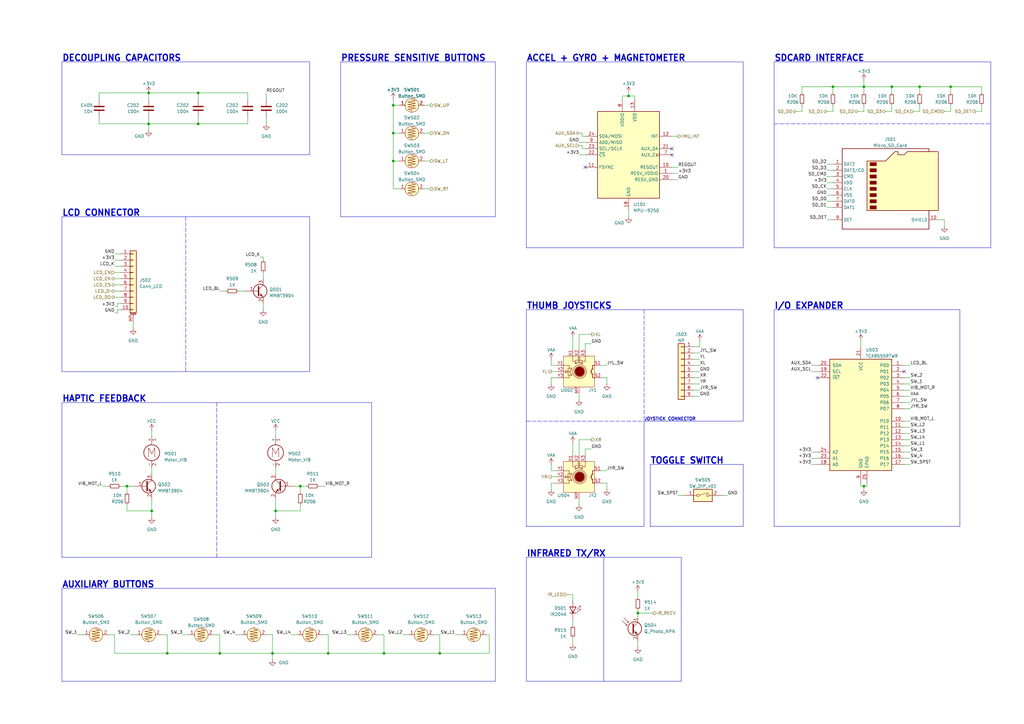
<source format=kicad_sch>
(kicad_sch (version 20230121) (generator eeschema)
  (paper "A3")
  (title_block (title "Controller") (date "2023-10-05") (rev "1.0") (company "sudo-junkie"))
  (lib_symbols
    (symbol "Connector:Micro_SD_Card_Det1"
      (property "Reference" "J" (at -16.51 17.78 0))
      (property "Value" "Micro_SD_Card_Det1" (at 16.51 17.78 0))
      (symbol "Micro_SD_Card_Det1_1_1"
        (pin bidirectional line (at -22.86 10.16 0) (length 3.81) (name "DAT2") (number "1"))
        (pin passive line (at 20.32 -12.7 180) (length 3.81) (name "SHIELD") (number "10"))
        (pin bidirectional line (at -22.86 7.62 0) (length 3.81) (name "DAT3/CD") (number "2"))
        (pin input line (at -22.86 5.08 0) (length 3.81) (name "CMD") (number "3"))
        (pin power_in line (at -22.86 2.54 0) (length 3.81) (name "VDD") (number "4"))
        (pin input line (at -22.86 0 0) (length 3.81) (name "CLK") (number "5"))
        (pin power_in line (at -22.86 -2.54 0) (length 3.81) (name "VSS") (number "6"))
        (pin bidirectional line (at -22.86 -5.08 0) (length 3.81) (name "DAT0") (number "7"))
        (pin bidirectional line (at -22.86 -7.62 0) (length 3.81) (name "DAT1") (number "8"))
        (pin passive line (at -22.86 -12.7 0) (length 3.81) (name "DET") (number "9"))
      )
    )
    (symbol "Connector_Generic:Conn_01x09" (pin_names (offset 1.016) hide)
      (property "Reference" "J" (at 0 12.7 0))
      (property "Value" "Conn_01x09" (at 0 -12.7 0))
      (symbol "Conn_01x09_1_1"
        (pin passive line (at -5.08 10.16 0) (length 3.81) (name "Pin_1") (number "1"))
        (pin passive line (at -5.08 7.62 0) (length 3.81) (name "Pin_2") (number "2"))
        (pin passive line (at -5.08 5.08 0) (length 3.81) (name "Pin_3") (number "3"))
        (pin passive line (at -5.08 2.54 0) (length 3.81) (name "Pin_4") (number "4"))
        (pin passive line (at -5.08 0 0) (length 3.81) (name "Pin_5") (number "5"))
        (pin passive line (at -5.08 -2.54 0) (length 3.81) (name "Pin_6") (number "6"))
        (pin passive line (at -5.08 -5.08 0) (length 3.81) (name "Pin_7") (number "7"))
        (pin passive line (at -5.08 -7.62 0) (length 3.81) (name "Pin_8") (number "8"))
        (pin passive line (at -5.08 -10.16 0) (length 3.81) (name "Pin_9") (number "9"))
      )
    )
    (symbol "Connector_Generic_MountingPin:Conn_01x10_MountingPin" (pin_names (offset 1.016) hide)
      (property "Reference" "J" (at 0 12.7 0))
      (property "Value" "Conn_01x10_MountingPin" (at 1.27 -15.24 0))
      (symbol "Conn_01x10_MountingPin_1_1"
        (text "Mounting" (at 0 -14.351 0) (effects (font (size 0.381 0.381))))
        (pin passive line (at -5.08 10.16 0) (length 3.81) (name "Pin_1") (number "1"))
        (pin passive line (at -5.08 -12.7 0) (length 3.81) (name "Pin_10") (number "10"))
        (pin passive line (at -5.08 7.62 0) (length 3.81) (name "Pin_2") (number "2"))
        (pin passive line (at -5.08 5.08 0) (length 3.81) (name "Pin_3") (number "3"))
        (pin passive line (at -5.08 2.54 0) (length 3.81) (name "Pin_4") (number "4"))
        (pin passive line (at -5.08 0 0) (length 3.81) (name "Pin_5") (number "5"))
        (pin passive line (at -5.08 -2.54 0) (length 3.81) (name "Pin_6") (number "6"))
        (pin passive line (at -5.08 -5.08 0) (length 3.81) (name "Pin_7") (number "7"))
        (pin passive line (at -5.08 -7.62 0) (length 3.81) (name "Pin_8") (number "8"))
        (pin passive line (at -5.08 -10.16 0) (length 3.81) (name "Pin_9") (number "9"))
        (pin passive line (at 0 -17.78 90) (length 3.048) (name "MountPin") (number "MP"))
      )
    )
    (symbol "Device:C" (pin_numbers hide) (pin_names (offset 0.254))
      (property "Reference" "C" (at 0.635 2.54 0))
      (property "Value" "C" (at 0.635 -2.54 0))
      (symbol "C_1_1"
        (pin passive line (at 0 3.81 270) (length 2.794) (name "~") (number "1"))
        (pin passive line (at 0 -3.81 90) (length 2.794) (name "~") (number "2"))
      )
    )
    (symbol "Device:Q_Photo_NPN" (pin_names (offset 0) hide)
      (property "Reference" "Q" (at 5.08 1.27 0))
      (property "Value" "Q_Photo_NPN" (at 5.08 -1.27 0))
      (symbol "Q_Photo_NPN_1_1"
        (pin passive line (at 2.54 5.08 270) (length 2.54) (name "C") (number "1"))
        (pin passive line (at 2.54 -5.08 90) (length 2.54) (name "E") (number "2"))
      )
    )
    (symbol "Device:R_Small" (pin_numbers hide) (pin_names (offset 0.254) hide)
      (property "Reference" "R" (at 0.762 0.508 0))
      (property "Value" "R_Small" (at 0.762 -1.016 0))
      (symbol "R_Small_1_1"
        (pin passive line (at 0 2.54 270) (length 0.762) (name "~") (number "1"))
        (pin passive line (at 0 -2.54 90) (length 0.762) (name "~") (number "2"))
      )
    )
    (symbol "Interface_Expansion:TCA9555RTWR" (pin_names (offset 1.016))
      (property "Reference" "U" (at -11.43 24.13 0))
      (property "Value" "TCA9555RTWR" (at 0 0 0))
      (symbol "TCA9555RTWR_1_1"
        (pin bidirectional line (at 17.78 20.32 180) (length 5.08) (name "P00") (number "1"))
        (pin bidirectional line (at 17.78 -2.54 180) (length 5.08) (name "P10") (number "10"))
        (pin bidirectional line (at 17.78 -5.08 180) (length 5.08) (name "P11") (number "11"))
        (pin bidirectional line (at 17.78 -7.62 180) (length 5.08) (name "P12") (number "12"))
        (pin bidirectional line (at 17.78 -10.16 180) (length 5.08) (name "P13") (number "13"))
        (pin bidirectional line (at 17.78 -12.7 180) (length 5.08) (name "P14") (number "14"))
        (pin bidirectional line (at 17.78 -15.24 180) (length 5.08) (name "P15") (number "15"))
        (pin bidirectional line (at 17.78 -17.78 180) (length 5.08) (name "P16") (number "16"))
        (pin bidirectional line (at 17.78 -20.32 180) (length 5.08) (name "P17") (number "17"))
        (pin input line (at -17.78 -20.32 0) (length 5.08) (name "A0") (number "18"))
        (pin input line (at -17.78 17.78 0) (length 5.08) (name "SCL") (number "19"))
        (pin bidirectional line (at 17.78 17.78 180) (length 5.08) (name "P01") (number "2"))
        (pin bidirectional line (at -17.78 20.32 0) (length 5.08) (name "SDA") (number "20"))
        (pin power_in line (at 0 27.94 270) (length 5.08) (name "VCC") (number "21"))
        (pin open_collector line (at -17.78 15.24 0) (length 5.08) (name "~{INT}") (number "22"))
        (pin input line (at -17.78 -17.78 0) (length 5.08) (name "A1") (number "23"))
        (pin input line (at -17.78 -15.24 0) (length 5.08) (name "A2") (number "24"))
        (pin input line (at 2.54 -27.94 90) (length 5.08) (name "EPAD") (number "25"))
        (pin bidirectional line (at 17.78 15.24 180) (length 5.08) (name "P02") (number "3"))
        (pin bidirectional line (at 17.78 12.7 180) (length 5.08) (name "P03") (number "4"))
        (pin bidirectional line (at 17.78 10.16 180) (length 5.08) (name "P04") (number "5"))
        (pin bidirectional line (at 17.78 7.62 180) (length 5.08) (name "P05") (number "6"))
        (pin bidirectional line (at 17.78 5.08 180) (length 5.08) (name "P06") (number "7"))
        (pin bidirectional line (at 17.78 2.54 180) (length 5.08) (name "P07") (number "8"))
        (pin power_in line (at 0 -27.94 90) (length 5.08) (name "GND") (number "9"))
      )
    )
    (symbol "LED:IR204A" (pin_numbers hide) (pin_names (offset 1.016) hide)
      (property "Reference" "D" (at 0.508 1.778 0))
      (property "Value" "IR204A" (at -1.016 -2.794 0))
      (symbol "IR204A_1_1"
        (pin passive line (at -5.08 0 0) (length 2.54) (name "K") (number "1"))
        (pin passive line (at 2.54 0 180) (length 2.54) (name "A") (number "2"))
      )
    )
    (symbol "Motor:Motor_DC" (pin_names (offset 0))
      (property "Reference" "M" (at 2.54 2.54 0))
      (property "Value" "Motor_DC" (at 2.54 -5.08 0))
      (symbol "Motor_DC_1_1"
        (pin passive line (at 0 5.08 270) (length 2.54) (name "+") (number "1"))
        (pin passive line (at 0 -7.62 90) (length 2.54) (name "-") (number "2"))
      )
    )
    (symbol "My_Device:Joystick_Thumb" (pin_names hide)
      (property "Reference" "U" (at 5.3848 7.1628 0))
      (property "Value" "Joystick_Thumb" (at 8.128 -7.62 0))
      (symbol "Joystick_Thumb_0_1"
        (text "X" (at 0 4.064 0) (effects (font (size 0.635 0.635))))
        (text "Y" (at -4.0132 -0.1524 0) (effects (font (size 0.635 0.635))))
      )
      (symbol "Joystick_Thumb_1_1"
        (pin passive line (at 0 -8.89 90) (length 2.54) (name "MP") (number "MP"))
        (pin passive line (at 8.89 2.54 180) (length 2.54) (name "S1") (number "S1"))
        (pin passive line (at 8.89 -2.54 180) (length 2.54) (name "S2") (number "S2"))
        (pin passive line (at -2.54 8.89 270) (length 2.54) (name "X1") (number "X1"))
        (pin passive line (at 0 8.89 270) (length 2.54) (name "X2") (number "X2"))
        (pin passive line (at 2.54 8.89 270) (length 2.54) (name "X3") (number "X3"))
        (pin passive line (at -8.89 2.54 0) (length 2.54) (name "Y1") (number "Y1"))
        (pin passive line (at -8.89 0 0) (length 2.54) (name "Y2") (number "Y2"))
        (pin passive line (at -8.89 -2.54 0) (length 2.54) (name "Y3") (number "Y3"))
      )
    )
    (symbol "My_Switch:Button_SMD" (pin_names hide)
      (property "Reference" "SW" (at 1.27 3.81 0))
      (property "Value" "Button_SMD" (at 6.35 -3.81 0))
      (symbol "Button_SMD_1_1"
        (pin passive line (at 0 -5.08 90) (length 2.54) (name "1") (number "1"))
        (pin passive line (at 0 5.08 270) (length 2.5) (name "2") (number "2"))
      )
    )
    (symbol "Sensor_Motion:MPU-9250"
      (property "Reference" "U" (at -11.43 19.05 0))
      (property "Value" "MPU-9250" (at 7.62 -19.05 0))
      (symbol "MPU-9250_1_1"
        (pin input line (at 17.78 -7.62 180) (length 5.08) (name "RESV_VDDIO") (number "1"))
        (pin passive line (at 17.78 -5.08 180) (length 5.08) (name "REGOUT") (number "10"))
        (pin input line (at -17.78 -5.08 0) (length 5.08) (name "FSYNC") (number "11"))
        (pin output line (at 17.78 7.62 180) (length 5.08) (name "INT") (number "12"))
        (pin power_in line (at 2.54 22.86 270) (length 5.08) (name "VDD") (number "13"))
        (pin power_in line (at 0 -22.86 90) (length 5.08) (name "GND") (number "18"))
        (pin power_in line (at 17.78 -10.16 180) (length 5.08) (name "RESV_GND") (number "20"))
        (pin bidirectional line (at 17.78 2.54 180) (length 5.08) (name "AUX_DA") (number "21"))
        (pin input line (at -17.78 0 0) (length 5.08) (name "~{CS}") (number "22"))
        (pin input line (at -17.78 2.54 0) (length 5.08) (name "SCL/SCLK") (number "23"))
        (pin bidirectional line (at -17.78 7.62 0) (length 5.08) (name "SDA/MOSI") (number "24"))
        (pin output clock (at 17.78 0 180) (length 5.08) (name "AUX_CL") (number "7"))
        (pin power_in line (at -2.54 22.86 270) (length 5.08) (name "VDDIO") (number "8"))
        (pin bidirectional line (at -17.78 5.08 0) (length 5.08) (name "AD0/MISO") (number "9"))
      )
    )
    (symbol "Switch:SW_DIP_x01" (pin_names (offset 0) hide)
      (property "Reference" "SW" (at 0 3.81 0))
      (property "Value" "SW_DIP_x01" (at 0 -3.81 0))
      (symbol "SW_DIP_x01_1_1"
        (pin passive line (at -7.62 0 0) (length 5.08) (name "~") (number "1"))
        (pin passive line (at 7.62 0 180) (length 5.08) (name "~") (number "2"))
      )
    )
    (symbol "Transistor_BJT:MMBT3904" (pin_names (offset 0) hide)
      (property "Reference" "Q" (at 5.08 1.905 0))
      (property "Value" "MMBT3904" (at 5.08 0 0))
      (symbol "MMBT3904_1_1"
        (pin input line (at -5.08 0 0) (length 5.715) (name "B") (number "1"))
        (pin passive line (at 2.54 -5.08 90) (length 2.54) (name "E") (number "2"))
        (pin passive line (at 2.54 5.08 270) (length 2.54) (name "C") (number "3"))
      )
    )
    (symbol "power:+3V3" (power) (pin_names (offset 0))
      (property "Value" "+3V3" (at 0 3.556 0))
      (symbol "+3V3_1_1"
        (pin power_in line (at 0 0 90) (length 0) hide (name "+3V3") (number "1"))
      )
    )
    (symbol "power:GND" (power) (pin_names (offset 0))
      (property "Value" "GND" (at 0 -3.81 0))
      (symbol "GND_1_1"
        (pin power_in line (at 0 0 270) (length 0) hide (name "GND") (number "1"))
      )
    )
    (symbol "power:VAA" (power) (pin_names (offset 0))
      (property "Value" "VAA" (at 0 3.81 0))
      (symbol "VAA_1_1"
        (pin power_in line (at 0 0 90) (length 0) hide (name "VAA") (number "1"))
      )
    )
    (symbol "power:VCC" (power) (pin_names (offset 0))
      (property "Value" "VCC" (at 0 3.81 0))
      (symbol "VCC_1_1"
        (pin power_in line (at 0 0 90) (length 0) hide (name "VCC") (number "1"))
      )
    )
  )
  (junction (at 161.29 66.04))
  (junction (at 60.96 38.1))
  (junction (at 180.34 267.97))
  (junction (at 389.89 35.56))
  (junction (at 261.62 251.46))
  (junction (at 68.58 267.97))
  (junction (at 354.33 199.39))
  (junction (at 62.23 209.55))
  (junction (at 123.19 199.39))
  (junction (at 157.48 267.97))
  (junction (at 134.62 267.97))
  (junction (at 365.76 35.56))
  (junction (at 60.96 50.8))
  (junction (at 161.29 54.61))
  (junction (at 113.03 209.55))
  (junction (at 81.28 50.8))
  (junction (at 81.28 38.1))
  (junction (at 377.19 35.56))
  (junction (at 111.76 267.97))
  (junction (at 52.07 199.39))
  (junction (at 354.33 35.56))
  (junction (at 161.29 43.18))
  (junction (at 341.63 35.56))
  (junction (at 257.81 39.37))
  (junction (at 90.17 267.97))
  (no_connect (at 370.84 152.4))
  (no_connect (at 335.28 154.94))
  (no_connect (at 275.59 60.96))
  (no_connect (at 240.03 68.58))
  (no_connect (at 275.59 63.5))
  (wire (pts (xy 228.6 154.94) (xy 226.06 154.94)))
  (wire (pts (xy 339.09 74.93) (xy 341.63 74.93)))
  (polyline (pts (xy 317.5 25.4) (xy 317.5 101.6)))
  (wire (pts (xy 48.26 125.73) (xy 48.26 124.46)))
  (wire (pts (xy 353.06 199.39) (xy 354.33 199.39)))
  (wire (pts (xy 52.07 199.39) (xy 52.07 201.93)))
  (wire (pts (xy 332.74 187.96) (xy 335.28 187.96)))
  (wire (pts (xy 242.57 140.97) (xy 240.03 140.97)))
  (polyline (pts (xy 25.4 152.4) (xy 25.4 88.9)))
  (wire (pts (xy 389.89 38.1) (xy 389.89 35.56)))
  (wire (pts (xy 109.22 48.26) (xy 109.22 50.8)))
  (wire (pts (xy 370.84 162.56) (xy 373.38 162.56)))
  (wire (pts (xy 46.99 104.14) (xy 49.53 104.14)))
  (polyline (pts (xy 203.2 25.4) (xy 203.2 88.9)))
  (wire (pts (xy 81.28 48.26) (xy 81.28 50.8)))
  (wire (pts (xy 341.63 35.56) (xy 341.63 38.1)))
  (wire (pts (xy 238.76 55.88) (xy 240.03 55.88)))
  (wire (pts (xy 284.48 157.48) (xy 287.02 157.48)))
  (wire (pts (xy 255.27 39.37) (xy 255.27 40.64)))
  (wire (pts (xy 161.29 40.64) (xy 161.29 43.18)))
  (wire (pts (xy 237.49 137.16) (xy 242.57 137.16)))
  (wire (pts (xy 46.99 119.38) (xy 49.53 119.38)))
  (wire (pts (xy 237.49 58.42) (xy 240.03 58.42)))
  (wire (pts (xy 134.62 267.97) (xy 157.48 267.97)))
  (wire (pts (xy 354.33 45.72) (xy 354.33 43.18)))
  (wire (pts (xy 232.41 243.84) (xy 234.95 243.84)))
  (polyline (pts (xy 317.5 127) (xy 393.7 127)))
  (wire (pts (xy 240.03 184.15) (xy 240.03 186.69)))
  (wire (pts (xy 180.34 267.97) (xy 200.66 267.97)))
  (wire (pts (xy 339.09 45.72) (xy 341.63 45.72)))
  (wire (pts (xy 257.81 39.37) (xy 257.81 38.1)))
  (wire (pts (xy 55.88 260.35) (xy 53.34 260.35)))
  (wire (pts (xy 46.99 121.92) (xy 49.53 121.92)))
  (polyline (pts (xy 304.8 127) (xy 304.8 172.72)))
  (wire (pts (xy 161.29 43.18) (xy 163.83 43.18)))
  (wire (pts (xy 228.6 198.12) (xy 226.06 198.12)))
  (wire (pts (xy 200.66 260.35) (xy 199.39 260.35)))
  (wire (pts (xy 237.49 180.34) (xy 242.57 180.34)))
  (wire (pts (xy 377.19 35.56) (xy 365.76 35.56)))
  (wire (pts (xy 339.09 90.17) (xy 341.63 90.17)))
  (wire (pts (xy 40.64 50.8) (xy 60.96 50.8)))
  (wire (pts (xy 339.09 82.55) (xy 341.63 82.55)))
  (wire (pts (xy 46.99 128.27) (xy 48.26 128.27)))
  (polyline (pts (xy 264.16 127) (xy 264.16 172.72)) (stroke (width 0) (type dash)))
  (wire (pts (xy 46.99 106.68) (xy 49.53 106.68)))
  (wire (pts (xy 237.49 59.69) (xy 238.76 59.69)))
  (polyline (pts (xy 304.8 101.6) (xy 215.9 101.6)))
  (wire (pts (xy 77.47 260.35) (xy 74.93 260.35)))
  (wire (pts (xy 46.99 109.22) (xy 49.53 109.22)))
  (wire (pts (xy 332.74 185.42) (xy 335.28 185.42)))
  (polyline (pts (xy 25.4 228.6) (xy 25.4 165.1)))
  (wire (pts (xy 200.66 267.97) (xy 200.66 260.35)))
  (wire (pts (xy 384.81 90.17) (xy 387.35 90.17)))
  (wire (pts (xy 52.07 209.55) (xy 62.23 209.55)))
  (wire (pts (xy 257.81 39.37) (xy 255.27 39.37)))
  (wire (pts (xy 377.19 45.72) (xy 377.19 43.18)))
  (wire (pts (xy 257.81 86.36) (xy 257.81 88.9)))
  (wire (pts (xy 341.63 45.72) (xy 341.63 43.18)))
  (polyline (pts (xy 127 88.9) (xy 127 152.4)))
  (wire (pts (xy 106.68 105.41) (xy 107.95 105.41)))
  (polyline (pts (xy 317.5 25.4) (xy 406.4 25.4)))
  (wire (pts (xy 370.84 157.48) (xy 373.38 157.48)))
  (wire (pts (xy 400.05 45.72) (xy 402.59 45.72)))
  (wire (pts (xy 111.76 270.51) (xy 111.76 267.97)))
  (wire (pts (xy 387.35 90.17) (xy 387.35 92.71)))
  (polyline (pts (xy 304.8 25.4) (xy 304.8 101.6)))
  (wire (pts (xy 180.34 260.35) (xy 180.34 267.97)))
  (wire (pts (xy 370.84 190.5) (xy 373.38 190.5)))
  (wire (pts (xy 370.84 167.64) (xy 373.38 167.64)))
  (wire (pts (xy 237.49 204.47) (xy 237.49 207.01)))
  (wire (pts (xy 144.78 260.35) (xy 142.24 260.35)))
  (wire (pts (xy 365.76 45.72) (xy 365.76 43.18)))
  (wire (pts (xy 234.95 181.61) (xy 234.95 186.69)))
  (wire (pts (xy 278.13 55.88) (xy 275.59 55.88)))
  (wire (pts (xy 60.96 38.1) (xy 81.28 38.1)))
  (wire (pts (xy 328.93 35.56) (xy 328.93 38.1)))
  (wire (pts (xy 387.35 45.72) (xy 389.89 45.72)))
  (wire (pts (xy 339.09 85.09) (xy 341.63 85.09)))
  (wire (pts (xy 99.06 260.35) (xy 96.52 260.35)))
  (wire (pts (xy 62.23 209.55) (xy 62.23 212.09)))
  (wire (pts (xy 373.38 182.88) (xy 370.84 182.88)))
  (polyline (pts (xy 127 152.4) (xy 25.4 152.4)))
  (wire (pts (xy 389.89 35.56) (xy 377.19 35.56)))
  (wire (pts (xy 248.92 198.12) (xy 248.92 200.66)))
  (polyline (pts (xy 215.9 127) (xy 304.8 127)))
  (wire (pts (xy 240.03 63.5) (xy 237.49 63.5)))
  (wire (pts (xy 60.96 40.64) (xy 60.96 38.1)))
  (wire (pts (xy 157.48 260.35) (xy 157.48 267.97)))
  (wire (pts (xy 62.23 191.77) (xy 62.23 194.31)))
  (wire (pts (xy 46.99 260.35) (xy 46.99 267.97)))
  (polyline (pts (xy 25.4 88.9) (xy 127 88.9)))
  (wire (pts (xy 377.19 38.1) (xy 377.19 35.56)))
  (wire (pts (xy 163.83 77.47) (xy 161.29 77.47)))
  (wire (pts (xy 157.48 267.97) (xy 180.34 267.97)))
  (wire (pts (xy 242.57 184.15) (xy 240.03 184.15)))
  (wire (pts (xy 246.38 149.86) (xy 248.92 149.86)))
  (wire (pts (xy 260.35 39.37) (xy 260.35 40.64)))
  (wire (pts (xy 226.06 149.86) (xy 228.6 149.86)))
  (wire (pts (xy 341.63 35.56) (xy 328.93 35.56)))
  (wire (pts (xy 328.93 45.72) (xy 326.39 45.72)))
  (wire (pts (xy 46.99 260.35) (xy 44.45 260.35)))
  (wire (pts (xy 257.81 39.37) (xy 260.35 39.37)))
  (wire (pts (xy 133.35 199.39) (xy 130.81 199.39)))
  (wire (pts (xy 284.48 144.78) (xy 287.02 144.78)))
  (wire (pts (xy 111.76 267.97) (xy 134.62 267.97)))
  (wire (pts (xy 90.17 267.97) (xy 111.76 267.97)))
  (wire (pts (xy 87.63 260.35) (xy 90.17 260.35)))
  (wire (pts (xy 370.84 154.94) (xy 373.38 154.94)))
  (wire (pts (xy 402.59 35.56) (xy 389.89 35.56)))
  (wire (pts (xy 123.19 209.55) (xy 113.03 209.55)))
  (wire (pts (xy 354.33 199.39) (xy 355.6 199.39)))
  (wire (pts (xy 46.99 116.84) (xy 49.53 116.84)))
  (polyline (pts (xy 304.8 190.5) (xy 304.8 215.9)))
  (wire (pts (xy 46.99 114.3) (xy 49.53 114.3)))
  (polyline (pts (xy 215.9 101.6) (xy 215.9 25.4)))
  (wire (pts (xy 90.17 260.35) (xy 90.17 267.97)))
  (polyline (pts (xy 266.7 190.5) (xy 304.8 190.5)))
  (wire (pts (xy 66.04 260.35) (xy 68.58 260.35)))
  (wire (pts (xy 123.19 199.39) (xy 123.19 201.93)))
  (wire (pts (xy 68.58 260.35) (xy 68.58 267.97)))
  (polyline (pts (xy 25.4 165.1) (xy 152.4 165.1)))
  (wire (pts (xy 101.6 38.1) (xy 81.28 38.1)))
  (polyline (pts (xy 264.16 172.72) (xy 304.8 172.72)))
  (wire (pts (xy 237.49 161.29) (xy 237.49 163.83)))
  (polyline (pts (xy 304.8 215.9) (xy 266.7 215.9)))
  (wire (pts (xy 101.6 40.64) (xy 101.6 38.1)))
  (wire (pts (xy 332.74 149.86) (xy 335.28 149.86)))
  (wire (pts (xy 351.79 45.72) (xy 354.33 45.72)))
  (polyline (pts (xy 393.7 127) (xy 393.7 215.9)))
  (wire (pts (xy 246.38 154.94) (xy 248.92 154.94)))
  (wire (pts (xy 339.09 80.01) (xy 341.63 80.01)))
  (wire (pts (xy 238.76 54.61) (xy 238.76 55.88)))
  (wire (pts (xy 284.48 149.86) (xy 287.02 149.86)))
  (wire (pts (xy 278.13 68.58) (xy 275.59 68.58)))
  (wire (pts (xy 46.99 125.73) (xy 48.26 125.73)))
  (wire (pts (xy 46.99 267.97) (xy 68.58 267.97)))
  (wire (pts (xy 370.84 160.02) (xy 373.38 160.02)))
  (wire (pts (xy 107.95 124.46) (xy 107.95 127)))
  (wire (pts (xy 374.65 45.72) (xy 377.19 45.72)))
  (wire (pts (xy 275.59 73.66) (xy 278.13 73.66)))
  (wire (pts (xy 109.22 260.35) (xy 111.76 260.35)))
  (wire (pts (xy 261.62 251.46) (xy 267.97 251.46)))
  (wire (pts (xy 287.02 139.7) (xy 287.02 142.24)))
  (wire (pts (xy 237.49 54.61) (xy 238.76 54.61)))
  (wire (pts (xy 40.64 48.26) (xy 40.64 50.8)))
  (wire (pts (xy 226.06 195.58) (xy 228.6 195.58)))
  (wire (pts (xy 161.29 66.04) (xy 163.83 66.04)))
  (wire (pts (xy 132.08 260.35) (xy 134.62 260.35)))
  (wire (pts (xy 226.06 147.32) (xy 226.06 149.86)))
  (wire (pts (xy 339.09 67.31) (xy 341.63 67.31)))
  (wire (pts (xy 234.95 261.62) (xy 234.95 264.16)))
  (polyline (pts (xy 247.65 228.6) (xy 247.65 279.4)))
  (wire (pts (xy 284.48 152.4) (xy 287.02 152.4)))
  (wire (pts (xy 161.29 54.61) (xy 163.83 54.61)))
  (wire (pts (xy 363.22 45.72) (xy 365.76 45.72)))
  (wire (pts (xy 238.76 59.69) (xy 238.76 60.96)))
  (wire (pts (xy 161.29 77.47) (xy 161.29 66.04)))
  (polyline (pts (xy 264.16 172.72) (xy 264.16 215.9)) (stroke (width 0) (type solid)))
  (wire (pts (xy 226.06 154.94) (xy 226.06 157.48)))
  (polyline (pts (xy 203.2 241.3) (xy 203.2 279.4)))
  (wire (pts (xy 402.59 38.1) (xy 402.59 35.56)))
  (wire (pts (xy 161.29 54.61) (xy 161.29 43.18)))
  (polyline (pts (xy 279.4 279.4) (xy 215.9 279.4)))
  (wire (pts (xy 402.59 45.72) (xy 402.59 43.18)))
  (wire (pts (xy 154.94 260.35) (xy 157.48 260.35)))
  (wire (pts (xy 237.49 143.51) (xy 237.49 137.16)))
  (wire (pts (xy 248.92 193.04) (xy 246.38 193.04)))
  (wire (pts (xy 353.06 198.12) (xy 353.06 199.39)))
  (wire (pts (xy 355.6 199.39) (xy 355.6 198.12)))
  (wire (pts (xy 354.33 33.02) (xy 354.33 35.56)))
  (wire (pts (xy 354.33 38.1) (xy 354.33 35.56)))
  (wire (pts (xy 123.19 209.55) (xy 123.19 207.01)))
  (wire (pts (xy 107.95 111.76) (xy 107.95 114.3)))
  (wire (pts (xy 226.06 193.04) (xy 228.6 193.04)))
  (wire (pts (xy 54.61 132.08) (xy 54.61 134.62)))
  (wire (pts (xy 60.96 48.26) (xy 60.96 50.8)))
  (wire (pts (xy 173.99 43.18) (xy 176.53 43.18)))
  (wire (pts (xy 107.95 105.41) (xy 107.95 106.68)))
  (wire (pts (xy 40.64 38.1) (xy 60.96 38.1)))
  (wire (pts (xy 238.76 60.96) (xy 240.03 60.96)))
  (polyline (pts (xy 139.7 88.9) (xy 139.7 25.4)))
  (polyline (pts (xy 215.9 172.72) (xy 264.16 172.72)) (stroke (width 0) (type dash)))
  (wire (pts (xy 261.62 251.46) (xy 261.62 252.73)))
  (wire (pts (xy 284.48 147.32) (xy 287.02 147.32)))
  (polyline (pts (xy 139.7 25.4) (xy 203.2 25.4)))
  (wire (pts (xy 261.62 250.19) (xy 261.62 251.46)))
  (wire (pts (xy 237.49 186.69) (xy 237.49 180.34)))
  (wire (pts (xy 62.23 204.47) (xy 62.23 209.55)))
  (wire (pts (xy 278.13 203.2) (xy 280.67 203.2)))
  (wire (pts (xy 373.38 180.34) (xy 370.84 180.34)))
  (wire (pts (xy 339.09 69.85) (xy 341.63 69.85)))
  (wire (pts (xy 173.99 66.04) (xy 176.53 66.04)))
  (wire (pts (xy 234.95 243.84) (xy 234.95 246.38)))
  (wire (pts (xy 298.45 203.2) (xy 295.91 203.2)))
  (polyline (pts (xy 76.2 88.9) (xy 76.2 152.4)) (stroke (width 0) (type dash)))
  (wire (pts (xy 68.58 267.97) (xy 90.17 267.97)))
  (wire (pts (xy 226.06 190.5) (xy 226.06 193.04)))
  (wire (pts (xy 134.62 260.35) (xy 134.62 267.97)))
  (wire (pts (xy 248.92 154.94) (xy 248.92 157.48)))
  (wire (pts (xy 284.48 160.02) (xy 287.02 160.02)))
  (wire (pts (xy 62.23 176.53) (xy 62.23 179.07)))
  (wire (pts (xy 31.75 260.35) (xy 34.29 260.35)))
  (polyline (pts (xy 266.7 215.9) (xy 266.7 190.5)))
  (wire (pts (xy 370.84 177.8) (xy 373.38 177.8)))
  (wire (pts (xy 161.29 66.04) (xy 161.29 54.61)))
  (wire (pts (xy 284.48 154.94) (xy 287.02 154.94)))
  (wire (pts (xy 226.06 152.4) (xy 228.6 152.4)))
  (wire (pts (xy 370.84 165.1) (xy 373.38 165.1)))
  (wire (pts (xy 339.09 72.39) (xy 341.63 72.39)))
  (wire (pts (xy 332.74 152.4) (xy 335.28 152.4)))
  (wire (pts (xy 101.6 48.26) (xy 101.6 50.8)))
  (polyline (pts (xy 215.9 279.4) (xy 215.9 228.6)))
  (wire (pts (xy 284.48 162.56) (xy 287.02 162.56)))
  (polyline (pts (xy 152.4 165.1) (xy 152.4 228.6)))
  (polyline (pts (xy 215.9 25.4) (xy 304.8 25.4)))
  (wire (pts (xy 101.6 50.8) (xy 81.28 50.8)))
  (wire (pts (xy 120.65 199.39) (xy 123.19 199.39)))
  (polyline (pts (xy 127 25.4) (xy 127 63.5)))
  (wire (pts (xy 52.07 199.39) (xy 54.61 199.39)))
  (polyline (pts (xy 393.7 215.9) (xy 317.5 215.9)))
  (wire (pts (xy 125.73 199.39) (xy 123.19 199.39)))
  (polyline (pts (xy 317.5 215.9) (xy 317.5 127)))
  (wire (pts (xy 49.53 199.39) (xy 52.07 199.39)))
  (wire (pts (xy 46.99 111.76) (xy 49.53 111.76)))
  (wire (pts (xy 261.62 242.57) (xy 261.62 245.11)))
  (polyline (pts (xy 279.4 228.6) (xy 279.4 279.4)))
  (wire (pts (xy 365.76 35.56) (xy 354.33 35.56)))
  (polyline (pts (xy 406.4 25.4) (xy 406.4 101.6)))
  (wire (pts (xy 370.84 172.72) (xy 373.38 172.72)))
  (polyline (pts (xy 215.9 215.9) (xy 215.9 127)))
  (wire (pts (xy 167.64 260.35) (xy 165.1 260.35)))
  (wire (pts (xy 389.89 45.72) (xy 389.89 43.18)))
  (wire (pts (xy 113.03 212.09) (xy 113.03 209.55)))
  (polyline (pts (xy 317.5 50.8) (xy 406.4 50.8)) (stroke (width 0) (type dash)))
  (wire (pts (xy 173.99 77.47) (xy 176.53 77.47)))
  (wire (pts (xy 341.63 35.56) (xy 354.33 35.56)))
  (wire (pts (xy 373.38 187.96) (xy 370.84 187.96)))
  (wire (pts (xy 173.99 54.61) (xy 176.53 54.61)))
  (wire (pts (xy 365.76 38.1) (xy 365.76 35.56)))
  (polyline (pts (xy 127 63.5) (xy 25.4 63.5)))
  (polyline (pts (xy 203.2 279.4) (xy 25.4 279.4)))
  (wire (pts (xy 234.95 138.43) (xy 234.95 143.51)))
  (wire (pts (xy 177.8 260.35) (xy 180.34 260.35)))
  (wire (pts (xy 240.03 140.97) (xy 240.03 143.51)))
  (wire (pts (xy 109.22 38.1) (xy 109.22 40.64)))
  (wire (pts (xy 332.74 190.5) (xy 335.28 190.5)))
  (wire (pts (xy 328.93 43.18) (xy 328.93 45.72)))
  (polyline (pts (xy 88.9 165.1) (xy 88.9 228.6)) (stroke (width 0) (type dash)))
  (wire (pts (xy 48.26 128.27) (xy 48.26 127)))
  (wire (pts (xy 284.48 142.24) (xy 287.02 142.24)))
  (wire (pts (xy 339.09 77.47) (xy 341.63 77.47)))
  (wire (pts (xy 121.92 260.35) (xy 119.38 260.35)))
  (polyline (pts (xy 25.4 241.3) (xy 203.2 241.3)))
  (wire (pts (xy 353.06 139.7) (xy 353.06 142.24)))
  (wire (pts (xy 354.33 199.39) (xy 354.33 200.66)))
  (wire (pts (xy 261.62 262.89) (xy 261.62 265.43)))
  (wire (pts (xy 60.96 50.8) (xy 81.28 50.8)))
  (wire (pts (xy 373.38 185.42) (xy 370.84 185.42)))
  (wire (pts (xy 113.03 176.53) (xy 113.03 179.07)))
  (wire (pts (xy 97.79 119.38) (xy 100.33 119.38)))
  (wire (pts (xy 370.84 175.26) (xy 373.38 175.26)))
  (polyline (pts (xy 25.4 63.5) (xy 25.4 25.4)))
  (wire (pts (xy 48.26 124.46) (xy 49.53 124.46)))
  (wire (pts (xy 186.69 260.35) (xy 189.23 260.35)))
  (polyline (pts (xy 152.4 228.6) (xy 25.4 228.6)))
  (wire (pts (xy 48.26 127) (xy 49.53 127)))
  (wire (pts (xy 234.95 254) (xy 234.95 256.54)))
  (wire (pts (xy 113.03 191.77) (xy 113.03 194.31)))
  (wire (pts (xy 81.28 40.64) (xy 81.28 38.1)))
  (wire (pts (xy 275.59 71.12) (xy 278.13 71.12)))
  (polyline (pts (xy 25.4 25.4) (xy 127 25.4)))
  (wire (pts (xy 40.64 38.1) (xy 40.64 40.64)))
  (polyline (pts (xy 203.2 88.9) (xy 139.7 88.9)))
  (polyline (pts (xy 264.16 215.9) (xy 215.9 215.9)))
  (wire (pts (xy 111.76 260.35) (xy 111.76 267.97)))
  (polyline (pts (xy 25.4 279.4) (xy 25.4 241.3)))
  (wire (pts (xy 90.17 119.38) (xy 92.71 119.38)))
  (wire (pts (xy 41.91 199.39) (xy 44.45 199.39)))
  (polyline (pts (xy 406.4 101.6) (xy 317.5 101.6)))
  (wire (pts (xy 226.06 198.12) (xy 226.06 200.66)))
  (polyline (pts (xy 215.9 228.6) (xy 279.4 228.6)))
  (wire (pts (xy 52.07 209.55) (xy 52.07 207.01)))
  (wire (pts (xy 60.96 53.34) (xy 60.96 50.8)))
  (wire (pts (xy 246.38 198.12) (xy 248.92 198.12)))
  (wire (pts (xy 113.03 204.47) (xy 113.03 209.55)))
  (wire (pts (xy 370.84 149.86) (xy 373.38 149.86)))
  (text "DECOUPLING CAPACITORS" (at 25.4 25.4 0) (effects (font (size 2.54 2.54) (thickness 0.508) bold) (justify left bottom)))
  (text "PRESSURE SENSITIVE BUTTONS" (at 139.7 25.4 0) (effects (font (size 2.54 2.54) (thickness 0.508) bold) (justify left bottom)))
  (text "HAPTIC FEEDBACK" (at 25.4 165.1 0) (effects (font (size 2.54 2.54) (thickness 0.508) bold) (justify left bottom)))
  (text "THUMB JOYSTICKS" (at 215.9 127 0) (effects (font (size 2.54 2.54) (thickness 0.508) bold) (justify left bottom)))
  (text "AUXILIARY BUTTONS" (at 25.4 241.3 0) (effects (font (size 2.54 2.54) (thickness 0.508) bold) (justify left bottom)))
  (text "INFRARED TX/RX" (at 215.9 228.6 0) (effects (font (size 2.54 2.54) (thickness 0.508) bold) (justify left bottom)))
  (text "TOGGLE SWITCH" (at 266.7 190.5 0) (effects (font (size 2.54 2.54) (thickness 0.508) bold) (justify left bottom)))
  (text "ACCEL + GYRO + MAGNETOMETER" (at 215.9 25.4 0) (effects (font (size 2.54 2.54) (thickness 0.508) bold) (justify left bottom)))
  (text "SDCARD INTERFACE" (at 317.5 25.4 0) (effects (font (size 2.54 2.54) (thickness 0.508) bold) (justify left bottom)))
  (text "I/O EXPANDER" (at 317.5 127 0) (effects (font (size 2.54 2.54) (thickness 0.508) bold) (justify left bottom)))
  (text "LCD CONNECTOR" (at 25.4 88.9 0) (effects (font (size 2.54 2.54) (thickness 0.508) bold) (justify left bottom)))
  (text "JOYSTICK CONNECTOR" (at 264.16 172.72 0) (effects (font (size 1.27 1.27) bold) (justify left bottom)))
  (label "SW_SPST" (at 373.38 190.5 0))
  (label "AUX_SCL" (at 332.74 152.4 180))
  (label "+3V3" (at 332.74 185.42 180))
  (label "VIB_MOT_R" (at 373.38 160.02 0))
  (label "SW_L3" (at 142.24 260.35 180))
  (label "SW_4" (at 373.38 187.96 0))
  (label "SW_SPST" (at 278.13 203.2 180))
  (label "GND" (at 287.02 152.4 0))
  (label "SW_1" (at 31.75 260.35 180))
  (label "VIB_MOT_R" (at 133.35 199.39 0))
  (label "AUX_SDA" (at 332.74 149.86 180))
  (label "+3V3" (at 46.99 106.68 180))
  (label "GND" (at 278.13 73.66 0))
  (label "JYL_SW" (at 287.02 144.78 0))
  (label "GND" (at 242.57 140.97 0))
  (label "SW_L3" (at 373.38 177.8 0))
  (label "SW_L2" (at 165.1 260.35 180))
  (label "SW_L1" (at 186.69 260.35 180))
  (label "SD_DET" (at 339.09 90.17 180))
  (label "JYR_SW" (at 287.02 160.02 0))
  (label "GND" (at 242.57 184.15 0))
  (label "JYL_SW" (at 248.92 149.86 0))
  (label "VIB_MOT_L" (at 41.91 199.39 180))
  (label "SW_L4" (at 373.38 180.34 0))
  (label "JYR_SW" (at 248.92 193.04 0))
  (label "XR" (at 287.02 154.94 0))
  (label "SD_CMD" (at 339.09 72.39 180))
  (label "SW_L1" (at 373.38 182.88 0))
  (label "REGOUT" (at 109.22 38.1 0))
  (label "LCD_BL" (at 90.17 119.38 180))
  (label "VAA" (at 373.38 162.56 0))
  (label "VIB_MOT_L" (at 373.38 172.72 0))
  (label "JYR_SW" (at 373.38 167.64 0))
  (label "SD_CK" (at 339.09 77.47 180))
  (label "+3V3" (at 237.49 63.5 180))
  (label "SW_3" (at 74.93 260.35 180))
  (label "SW_2" (at 373.38 154.94 0))
  (label "LCD_BL" (at 373.38 149.86 0))
  (label "+3V3" (at 46.99 125.73 180))
  (label "GND" (at 237.49 58.42 180))
  (label "SW_2" (at 53.34 260.35 180))
  (label "SD_D1" (at 339.09 85.09 180))
  (label "LCD_K" (at 46.99 109.22 180))
  (label "YR" (at 287.02 157.48 0))
  (label "+3V3" (at 332.74 190.5 180))
  (label "GND" (at 46.99 128.27 180))
  (label "GND" (at 298.45 203.2 0))
  (label "SD_D2" (at 339.09 67.31 180))
  (label "SW_1" (at 373.38 157.48 0))
  (label "XL" (at 287.02 149.86 0))
  (label "SD_D3" (at 339.09 69.85 180))
  (label "GND" (at 287.02 162.56 0))
  (label "JYL_SW" (at 373.38 165.1 0))
  (label "SW_3" (at 373.38 185.42 0))
  (label "GND" (at 46.99 104.14 180))
  (label "SD_D0" (at 339.09 82.55 180))
  (label "+3V3" (at 332.74 187.96 180))
  (label "LCD_K" (at 106.68 105.41 180))
  (label "YL" (at 287.02 147.32 0))
  (label "+3V3" (at 278.13 71.12 0))
  (label "GND" (at 339.09 80.01 180))
  (label "SW_4" (at 96.52 260.35 180))
  (label "+3V3" (at 339.09 74.93 180))
  (label "SW_L4" (at 119.38 260.35 180))
  (label "REGOUT" (at 278.13 68.58 0))
  (label "SW_L2" (at 373.38 175.26 0))
  (hierarchical_label "XL" (shape output) (at 242.57 137.16 0))
  (hierarchical_label "SD_CMD" (shape input) (at 387.35 45.72 180))
  (hierarchical_label "IR_RECV" (shape output) (at 267.97 251.46 0))
  (hierarchical_label "YR" (shape output) (at 226.06 195.58 180))
  (hierarchical_label "LCD_CS" (shape bidirectional) (at 46.99 116.84 180))
  (hierarchical_label "SW_UP" (shape output) (at 176.53 43.18 0))
  (hierarchical_label "SD_D1" (shape bidirectional) (at 339.09 45.72 180))
  (hierarchical_label "LCD_DI" (shape bidirectional) (at 46.99 119.38 180))
  (hierarchical_label "IR_LED" (shape input) (at 232.41 243.84 180))
  (hierarchical_label "SD_CK" (shape input) (at 374.65 45.72 180))
  (hierarchical_label "SD_D2" (shape bidirectional) (at 351.79 45.72 180))
  (hierarchical_label "YL" (shape output) (at 226.06 152.4 180))
  (hierarchical_label "LCD_DO" (shape bidirectional) (at 46.99 121.92 180))
  (hierarchical_label "SD_D0" (shape bidirectional) (at 326.39 45.72 180))
  (hierarchical_label "SD_D3" (shape bidirectional) (at 363.22 45.72 180))
  (hierarchical_label "LCD_CK" (shape bidirectional) (at 46.99 114.3 180))
  (hierarchical_label "AUX_SCL" (shape input) (at 237.49 59.69 180))
  (hierarchical_label "SD_DET" (shape output) (at 400.05 45.72 180))
  (hierarchical_label "SW_LT" (shape output) (at 176.53 66.04 0))
  (hierarchical_label "AUX_SDA" (shape bidirectional) (at 237.49 54.61 180))
  (hierarchical_label "SW_RT" (shape output) (at 176.53 77.47 0))
  (hierarchical_label "SW_DN" (shape output) (at 176.53 54.61 0))
  (hierarchical_label "IMU_INT" (shape output) (at 278.13 55.88 0))
  (hierarchical_label "LCD_EN" (shape input) (at 46.99 111.76 180))
  (hierarchical_label "XR" (shape output) (at 242.57 180.34 0))
  (symbol (lib_id "My_Switch:Button_SMD") (at 168.91 43.18 270) (unit 1)
    (property "Reference" "SW501" (at 168.91 36.83 90))
    (property "Value" "Button_SMD" (at 168.91 39.37 90))
    (property "Footprint" "My_Switch:SMD_BTN" (effects hide))
  )
  (symbol (lib_id "power:GND") (at 237.49 207.01 0) (unit 1)
    (property "Reference" "#PWR0525" (effects hide))
    (property "Value" "GND" (at 237.49 212.09 0))
  )
  (symbol (lib_id "Sensor_Motion:MPU-9250") (at 257.81 63.5 0) (unit 1)
    (property "Reference" "U101" (at 259.7659 83.82 0) (effects (justify left)))
    (property "Value" "MPU-9250" (at 259.7659 86.36 0) (effects (justify left)))
    (property "Footprint" "Sensor_Motion:InvenSense_QFN-24_3x3mm_P0.4mm" (effects hide))
    (property "Datasheet" "https://invensense.tdk.com/wp-content/uploads/2015/02/PS-MPU-9250A-01-v1.1.pdf" (effects hide))
    (property "JLCPCB #" "C71459" (effects hide))
    (property "VENDOR" "LCSC" (effects hide))
    (property "MANUFACTURER" "TDK InvenSense " (effects hide))
    (property "MPN" "MPU-9250" (effects hide))
    (property "UNIT PRICE" "9.9178" (effects hide))
    (instances (project "Controller" (path "" (reference "U101") (unit 1)) (path "" (reference "U501") (unit 1))))
  )
  (symbol (lib_id "power:GND") (at 54.61 134.62 0) (unit 1)
    (property "Reference" "#PWR0510" (effects hide))
    (property "Value" "GND" (at 54.61 139.7 0))
  )
  (symbol (lib_id "power:VAA") (at 287.02 139.7 0) (unit 1)
    (property "Reference" "#PWR0512" (effects hide))
    (property "Value" "VAA" (at 287.02 135.89 0))
  )
  (symbol (lib_id "My_Switch:Button_SMD") (at 168.91 54.61 270) (unit 1)
    (property "Reference" "SW502" (at 168.91 48.26 90))
    (property "Value" "Button_SMD" (at 168.91 50.8 90))
    (property "Footprint" "My_Switch:SMD_BTN" (effects hide))
  )
  (symbol (lib_id "Device:R_Small") (at 341.63 40.64 0) (mirror x) (unit 1)
    (property "Reference" "R206" (at 337.82 41.91 0))
    (property "Value" "10K" (at 337.82 39.37 0))
    (property "Footprint" "Resistor_SMD:R_0201_0603Metric" (effects hide))
    (property "UNIT PRICE" "0.0068 " (effects hide))
    (property "VENDOR" "LCSC" (effects hide))
    (property "MANUFACTURER" "Viking Tech" (effects hide))
    (property "MPN" "AR01DTD1002" (effects hide))
    (property "JLCPCB #" "C319932" (effects hide))
    (instances (project "StreamSurfer_v1.0" (path "" (reference "R206") (unit 1))) (project "Controller" (path "" (reference "R205") (unit 1)) (path "" (reference "R201") (unit 1)) (path "" (reference "R502") (unit 1))) (project "FishTail_v4" (path "" (reference "R405") (unit 1))))
  )
  (symbol (lib_id "Device:R_Small") (at 123.19 204.47 180) (unit 1)
    (property "Reference" "R206" (at 127 205.74 0))
    (property "Value" "10K" (at 127 203.2 0))
    (property "Footprint" "Resistor_SMD:R_0201_0603Metric" (effects hide))
    (property "UNIT PRICE" "0.0068 " (effects hide))
    (property "VENDOR" "LCSC" (effects hide))
    (property "MANUFACTURER" "Viking Tech" (effects hide))
    (property "MPN" "AR01DTD1002" (effects hide))
    (property "JLCPCB #" "C319932" (effects hide))
    (instances (project "StreamSurfer_v1.0" (path "" (reference "R206") (unit 1))) (project "Controller" (path "" (reference "R205") (unit 1)) (path "" (reference "R201") (unit 1)) (path "" (reference "R513") (unit 1))) (project "FishTail_v4" (path "" (reference "R405") (unit 1))))
  )
  (symbol (lib_id "power:+3V3") (at 257.81 38.1 0) (mirror y) (unit 1)
    (property "Reference" "#PWR0503" (effects hide))
    (property "Value" "+3V3" (at 257.81 34.29 0))
  )
  (symbol (lib_id "Device:C") (at 109.22 44.45 0) (unit 1)
    (property "Reference" "C202" (at 113.03 43.1799 0) (effects (justify left)))
    (property "Value" "100n" (at 113.03 45.7199 0) (effects (justify left)))
    (property "Footprint" "Capacitor_SMD:C_0201_0603Metric" (effects hide))
    (property "UNIT PRICE" "0.0018" (effects hide))
    (property "VENDOR" "LCSC" (effects hide))
    (property "MANUFACTURER" "Samsung Electro-Mechanics" (effects hide))
    (property "MPN" "CL03A104KO3NNNC" (effects hide))
    (property "JLCPCB #" "C307380" (effects hide))
    (instances (project "ESP32-C3FH4" (path "" (reference "C202") (unit 1))) (project "Controller" (path "" (reference "C404") (unit 1)) (path "" (reference "C505") (unit 1))) (project "FishTail_v4" (path "" (reference "C404") (unit 1))))
  )
  (symbol (lib_id "My_Switch:Button_SMD") (at 127 260.35 270) (unit 1)
    (property "Reference" "SW510" (at 127 252.73 90))
    (property "Value" "Button_SMD" (at 127 255.27 90))
    (property "Footprint" "My_Switch:SMD_BTN" (effects hide))
  )
  (symbol (lib_id "Interface_Expansion:TCA9555RTWR") (at 353.06 170.18 0) (unit 1)
    (property "Reference" "U503" (at 355.0159 143.51 0) (effects (justify left)))
    (property "Value" "TCA9555RTWR" (at 355.0159 146.05 0) (effects (justify left)))
    (property "Footprint" "Package_DFN_QFN:WQFN-24-1EP_4x4mm_P0.5mm_EP2.45x2.45mm" (effects hide))
    (property "Datasheet" "http://www.ti.com/lit/ds/symlink/tca9555.pdf" (effects hide))
    (property "JLCPCB #" "C140277" (effects hide))
    (property "VENDOR" "LCSC" (effects hide))
    (property "MANUFACTURER" "Texas Instruments " (effects hide))
    (property "MPN" "TCA9555RTWR" (effects hide))
    (property "UNIT PRICE" "1.4287" (effects hide))
  )
  (symbol (lib_id "power:+3V3") (at 161.29 40.64 0) (unit 1)
    (property "Reference" "#PWR0504" (effects hide))
    (property "Value" "+3V3" (at 161.29 36.83 0))
  )
  (symbol (lib_id "My_Switch:Button_SMD") (at 168.91 77.47 270) (unit 1)
    (property "Reference" "SW504" (at 168.91 71.12 90))
    (property "Value" "Button_SMD" (at 168.91 73.66 90))
    (property "Footprint" "My_Switch:SMD_BTN" (effects hide))
  )
  (symbol (lib_id "power:VAA") (at 226.06 147.32 0) (unit 1)
    (property "Reference" "#PWR0514" (effects hide))
    (property "Value" "VAA" (at 226.06 143.51 0))
  )
  (symbol (lib_id "power:GND") (at 257.81 88.9 0) (unit 1)
    (property "Reference" "#PWR0507" (effects hide))
    (property "Value" "GND" (at 254 91.44 0))
  )
  (symbol (lib_id "Device:C") (at 81.28 44.45 0) (mirror y) (unit 1)
    (property "Reference" "C202" (at 77.47 43.18 0) (effects (justify left)))
    (property "Value" "100n" (at 77.47 45.72 0) (effects (justify left)))
    (property "Footprint" "Capacitor_SMD:C_0201_0603Metric" (effects hide))
    (property "UNIT PRICE" "0.0018" (effects hide))
    (property "VENDOR" "LCSC" (effects hide))
    (property "MANUFACTURER" "Samsung Electro-Mechanics" (effects hide))
    (property "MPN" "CL03A104KO3NNNC" (effects hide))
    (property "JLCPCB #" "C307380" (effects hide))
    (instances (project "ESP32-C3FH4" (path "" (reference "C202") (unit 1))) (project "Controller" (path "" (reference "C404") (unit 1)) (path "" (reference "C503") (unit 1))) (project "FishTail_v4" (path "" (reference "C404") (unit 1))))
  )
  (symbol (lib_id "My_Switch:Button_SMD") (at 39.37 260.35 270) (unit 1)
    (property "Reference" "SW506" (at 39.37 252.73 90))
    (property "Value" "Button_SMD" (at 39.37 255.27 90))
    (property "Footprint" "TestPoint:TestPoint_2Pads_Pitch2.54mm_Drill0.8mm" (effects hide))
  )
  (symbol (lib_id "My_Switch:Button_SMD") (at 172.72 260.35 270) (unit 1)
    (property "Reference" "SW512" (at 172.72 252.73 90))
    (property "Value" "Button_SMD" (at 172.72 255.27 90))
    (property "Footprint" "My_Switch:SMD_BTN" (effects hide))
  )
  (symbol (lib_id "power:+3V3") (at 354.33 33.02 0) (unit 1)
    (property "Reference" "#PWR0501" (effects hide))
    (property "Value" "+3V3" (at 354.33 29.21 0))
  )
  (symbol (lib_id "Transistor_BJT:MMBT3904") (at 115.57 199.39 0) (mirror y) (unit 1)
    (property "Reference" "Q503" (at 110.49 198.755 0) (effects (justify left)))
    (property "Value" "MMBT3904" (at 110.49 201.295 0) (effects (justify left)))
    (property "Footprint" "Package_TO_SOT_SMD:SOT-23" (effects hide))
    (property "Datasheet" "https://www.onsemi.com/pub/Collateral/2N3903-D.PDF" (effects hide))
    (property "JLCPCB #" "C5184404" (effects hide))
    (property "VENDOR" "LCSC" (effects hide))
    (property "MANUFACTURER" "HXY MOSFET " (effects hide))
    (property "MPN" "MMBT3904" (effects hide))
    (property "UNIT PRICE" "0.0052" (effects hide))
  )
  (symbol (lib_id "My_Device:Joystick_Thumb") (at 237.49 195.58 0) (unit 1)
    (property "Reference" "U504" (at 228.6 203.2 0) (effects (justify left)))
    (property "Value" "JY2" (at 241.3 203.2 0) (effects (justify left)))
    (property "Footprint" "My_Device:Joystick" (effects hide))
  )
  (symbol (lib_id "power:+3V3") (at 353.06 139.7 0) (unit 1)
    (property "Reference" "#PWR0513" (effects hide))
    (property "Value" "+3V3" (at 353.06 135.89 0))
  )
  (symbol (lib_id "My_Switch:Button_SMD") (at 168.91 66.04 270) (unit 1)
    (property "Reference" "SW503" (at 168.91 59.69 90))
    (property "Value" "Button_SMD" (at 168.91 62.23 90))
    (property "Footprint" "My_Switch:SMD_BTN" (effects hide))
  )
  (symbol (lib_id "Connector_Generic_MountingPin:Conn_01x10_MountingPin") (at 54.61 114.3 0) (unit 1)
    (property "Reference" "J502" (at 57.15 114.935 0) (effects (justify left)))
    (property "Value" "Conn_LCD" (at 57.15 117.475 0) (effects (justify left)))
    (property "Footprint" "Connector_JST:JST_SHL_SM10B-SHLS-TF_1x10-1MP_P1.00mm_Horizontal" (effects hide))
    (property "JLCPCB #" "C262716" (effects hide))
    (property "VENDOR" "LCSC" (effects hide))
    (property "MANUFACTURER" "JUSHUO" (effects hide))
    (property "MPN" "AFA07-S10FCA-00" (effects hide))
    (property "UNIT PRICE" "0.1068" (effects hide))
  )
  (symbol (lib_id "power:GND") (at 113.03 212.09 0) (mirror y) (unit 1)
    (property "Reference" "#PWR0527" (effects hide))
    (property "Value" "GND" (at 113.03 217.17 0))
  )
  (symbol (lib_id "Device:C") (at 40.64 44.45 0) (mirror y) (unit 1)
    (property "Reference" "C405" (at 38.1 43.18 0) (effects (justify left)))
    (property "Value" "10n" (at 38.1 45.72 0) (effects (justify left)))
    (property "Footprint" "Capacitor_SMD:C_0201_0603Metric" (effects hide))
    (property "UNIT PRICE" "0.0017" (effects hide))
    (property "VENDOR" "LCSC" (effects hide))
    (property "MANUFACTURER" "YAGEO" (effects hide))
    (property "MPN" "CC0201JRX7R7BB103" (effects hide))
    (property "JLCPCB #" "C526939" (effects hide))
    (instances (project "Controller" (path "" (reference "C405") (unit 1)) (path "" (reference "C501") (unit 1))) (project "Atego_Nano" (path "" (reference "C101") (unit 1))) (project "FishTail_v4" (path "" (reference "C?") (unit 1)) (path "" (reference "C306") (unit 1)) (path "" (reference "C406") (unit 1))))
  )
  (symbol (lib_id "Device:R_Small") (at 234.95 259.08 0) (unit 1)
    (property "Reference" "R515" (at 232.41 258.445 0) (effects (justify right)))
    (property "Value" "1K" (at 232.41 260.985 0) (effects (justify right)))
    (property "Footprint" "Resistor_SMD:R_0201_0603Metric" (effects hide))
    (property "JLCPCB #" "C270365" (effects hide))
    (property "MANUFACTURER" "UNI-ROYAL(Uniroyal Elec) " (effects hide))
    (property "MPN" "0201WMF1001TEE" (effects hide))
    (property "UNIT PRICE" "0.0007" (effects hide))
    (property "VENDOR" "LCSC" (effects hide))
  )
  (symbol (lib_id "power:GND") (at 111.76 270.51 0) (unit 1)
    (property "Reference" "#PWR0531" (effects hide))
    (property "Value" "GND" (at 114.3 271.78 0) (effects (justify left)))
  )
  (symbol (lib_id "Device:R_Small") (at 46.99 199.39 90) (unit 1)
    (property "Reference" "R510" (at 46.99 194.31 90))
    (property "Value" "1K" (at 46.99 196.85 90))
    (property "Footprint" "Resistor_SMD:R_0201_0603Metric" (effects hide))
    (property "JLCPCB #" "C270365" (effects hide))
    (property "MANUFACTURER" "UNI-ROYAL(Uniroyal Elec) " (effects hide))
    (property "MPN" "0201WMF1001TEE" (effects hide))
    (property "UNIT PRICE" "0.0007" (effects hide))
    (property "VENDOR" "LCSC" (effects hide))
  )
  (symbol (lib_id "power:GND") (at 248.92 200.66 0) (unit 1)
    (property "Reference" "#PWR0523" (effects hide))
    (property "Value" "GND" (at 248.92 205.74 0))
  )
  (symbol (lib_id "power:GND") (at 387.35 92.71 0) (unit 1)
    (property "Reference" "#PWR0508" (effects hide))
    (property "Value" "GND" (at 387.35 97.79 0))
  )
  (symbol (lib_id "power:GND") (at 237.49 163.83 0) (unit 1)
    (property "Reference" "#PWR0517" (effects hide))
    (property "Value" "GND" (at 237.49 168.91 0))
  )
  (symbol (lib_id "Device:R_Small") (at 365.76 40.64 0) (mirror x) (unit 1)
    (property "Reference" "R206" (at 361.95 41.91 0))
    (property "Value" "10K" (at 361.95 39.37 0))
    (property "Footprint" "Resistor_SMD:R_0201_0603Metric" (effects hide))
    (property "UNIT PRICE" "0.0068 " (effects hide))
    (property "VENDOR" "LCSC" (effects hide))
    (property "MANUFACTURER" "Viking Tech" (effects hide))
    (property "MPN" "AR01DTD1002" (effects hide))
    (property "JLCPCB #" "C319932" (effects hide))
    (instances (project "StreamSurfer_v1.0" (path "" (reference "R206") (unit 1))) (project "Controller" (path "" (reference "R205") (unit 1)) (path "" (reference "R201") (unit 1)) (path "" (reference "R504") (unit 1))) (project "FishTail_v4" (path "" (reference "R405") (unit 1))))
  )
  (symbol (lib_id "My_Switch:Button_SMD") (at 60.96 260.35 270) (unit 1)
    (property "Reference" "SW507" (at 60.96 252.73 90))
    (property "Value" "Button_SMD" (at 60.96 255.27 90))
    (property "Footprint" "TestPoint:TestPoint_2Pads_Pitch2.54mm_Drill0.8mm" (effects hide))
  )
  (symbol (lib_id "power:GND") (at 109.22 50.8 0) (unit 1)
    (property "Reference" "#PWR0505" (effects hide))
    (property "Value" "GND" (at 109.22 55.88 0))
  )
  (symbol (lib_id "power:+3V3") (at 261.62 242.57 0) (mirror y) (unit 1)
    (property "Reference" "#PWR0528" (effects hide))
    (property "Value" "+3V3" (at 261.62 238.76 0))
  )
  (symbol (lib_id "power:+3V3") (at 60.96 38.1 0) (mirror y) (unit 1)
    (property "Reference" "#PWR0502" (effects hide))
    (property "Value" "+3V3" (at 60.96 34.29 0))
  )
  (symbol (lib_id "Device:R_Small") (at 377.19 40.64 0) (mirror x) (unit 1)
    (property "Reference" "R206" (at 373.38 41.91 0))
    (property "Value" "10K" (at 373.38 39.37 0))
    (property "Footprint" "Resistor_SMD:R_0201_0603Metric" (effects hide))
    (property "UNIT PRICE" "0.0068 " (effects hide))
    (property "VENDOR" "LCSC" (effects hide))
    (property "MANUFACTURER" "Viking Tech" (effects hide))
    (property "MPN" "AR01DTD1002" (effects hide))
    (property "JLCPCB #" "C319932" (effects hide))
    (instances (project "StreamSurfer_v1.0" (path "" (reference "R206") (unit 1))) (project "Controller" (path "" (reference "R205") (unit 1)) (path "" (reference "R201") (unit 1)) (path "" (reference "R505") (unit 1))) (project "FishTail_v4" (path "" (reference "R405") (unit 1))))
  )
  (symbol (lib_id "Device:R_Small") (at 328.93 40.64 0) (mirror x) (unit 1)
    (property "Reference" "R206" (at 325.12 41.91 0))
    (property "Value" "10K" (at 325.12 39.37 0))
    (property "Footprint" "Resistor_SMD:R_0201_0603Metric" (effects hide))
    (property "UNIT PRICE" "0.0068 " (effects hide))
    (property "VENDOR" "LCSC" (effects hide))
    (property "MANUFACTURER" "Viking Tech" (effects hide))
    (property "MPN" "AR01DTD1002" (effects hide))
    (property "JLCPCB #" "C319932" (effects hide))
    (instances (project "StreamSurfer_v1.0" (path "" (reference "R206") (unit 1))) (project "Controller" (path "" (reference "R205") (unit 1)) (path "" (reference "R201") (unit 1)) (path "" (reference "R501") (unit 1))) (project "FishTail_v4" (path "" (reference "R405") (unit 1))))
  )
  (symbol (lib_id "Device:R_Small") (at 402.59 40.64 0) (mirror x) (unit 1)
    (property "Reference" "R206" (at 398.78 41.91 0))
    (property "Value" "10K" (at 398.78 39.37 0))
    (property "Footprint" "Resistor_SMD:R_0201_0603Metric" (effects hide))
    (property "UNIT PRICE" "0.0068 " (effects hide))
    (property "VENDOR" "LCSC" (effects hide))
    (property "MANUFACTURER" "Viking Tech" (effects hide))
    (property "MPN" "AR01DTD1002" (effects hide))
    (property "JLCPCB #" "C319932" (effects hide))
    (instances (project "StreamSurfer_v1.0" (path "" (reference "R206") (unit 1))) (project "Controller" (path "" (reference "R205") (unit 1)) (path "" (reference "R201") (unit 1)) (path "" (reference "R507") (unit 1))) (project "FishTail_v4" (path "" (reference "R405") (unit 1))))
  )
  (symbol (lib_id "power:GND") (at 107.95 127 0) (unit 1)
    (property "Reference" "#PWR0509" (effects hide))
    (property "Value" "GND" (at 107.95 132.08 0))
  )
  (symbol (lib_id "Connector_Generic:Conn_01x09") (at 279.4 152.4 0) (mirror y) (unit 1)
    (property "Reference" "J503" (at 279.4 137.16 0))
    (property "Value" "NP" (at 279.4 139.7 0))
    (property "Footprint" "Connector_PinHeader_1.27mm:PinHeader_1x09_P1.27mm_Vertical" (effects hide))
  )
  (symbol (lib_id "power:GND") (at 226.06 200.66 0) (mirror y) (unit 1)
    (property "Reference" "#PWR0522" (effects hide))
    (property "Value" "GND" (at 226.06 205.74 0))
  )
  (symbol (lib_id "power:GND") (at 226.06 157.48 0) (mirror y) (unit 1)
    (property "Reference" "#PWR0515" (effects hide))
    (property "Value" "GND" (at 226.06 162.56 0))
  )
  (symbol (lib_id "power:VCC") (at 113.03 176.53 0) (unit 1)
    (property "Reference" "#PWR0519" (effects hide))
    (property "Value" "VCC" (at 113.03 172.72 0))
  )
  (symbol (lib_id "Switch:SW_DIP_x01") (at 288.29 203.2 0) (unit 1)
    (property "Reference" "SW505" (at 288.29 196.85 0))
    (property "Value" "SW_DIP_x01" (at 288.29 199.39 0))
    (property "Footprint" "TestPoint:TestPoint_2Pads_Pitch2.54mm_Drill0.8mm" (effects hide))
  )
  (symbol (lib_id "Transistor_BJT:MMBT3904") (at 105.41 119.38 0) (unit 1)
    (property "Reference" "Q501" (at 110.49 118.745 0) (effects (justify left)))
    (property "Value" "MMBT3904" (at 110.49 121.285 0) (effects (justify left)))
    (property "Footprint" "Package_TO_SOT_SMD:SOT-23" (effects hide))
    (property "Datasheet" "https://www.onsemi.com/pub/Collateral/2N3903-D.PDF" (effects hide))
    (property "JLCPCB #" "C5184404" (effects hide))
    (property "VENDOR" "LCSC" (effects hide))
    (property "MANUFACTURER" "HXY MOSFET " (effects hide))
    (property "MPN" "MMBT3904" (effects hide))
    (property "UNIT PRICE" "0.0052" (effects hide))
  )
  (symbol (lib_id "power:GND") (at 60.96 53.34 0) (mirror y) (unit 1)
    (property "Reference" "#PWR0506" (effects hide))
    (property "Value" "GND" (at 57.15 55.88 0))
  )
  (symbol (lib_id "LED:IR204A") (at 234.95 248.92 270) (mirror x) (unit 1)
    (property "Reference" "D501" (at 232.41 249.428 90) (effects (justify right)))
    (property "Value" "IR204A" (at 232.41 251.968 90) (effects (justify right)))
    (property "Footprint" "LED_THT:LED_D3.0mm_Horizontal_O1.27mm_Z2.0mm_IRGrey" (effects hide))
    (property "Datasheet" "http://www.everlight.com/file/ProductFile/IR204-A.pdf" (effects hide))
    (property "JLCPCB #" "C7470790" (effects hide))
    (property "VENDOR" "LCSC" (effects hide))
    (property "MANUFACTURER" "TONYU" (effects hide))
    (property "MPN" "DY-IR204T-E12" (effects hide))
    (property "UNIT PRICE" "0.0410" (effects hide))
  )
  (symbol (lib_id "Connector:Micro_SD_Card_Det1") (at 364.49 77.47 0) (unit 1)
    (property "Reference" "J501" (at 365.125 57.15 0))
    (property "Value" "Micro_SD_Card" (at 365.125 59.69 0))
    (property "Footprint" "Connector_Card:microSD_HC_Hirose_DM3AT-SF-PEJM5" (effects hide))
    (property "Datasheet" "https://datasheet.lcsc.com/lcsc/2110151630_XKB-Connectivity-XKTF-015-N_C381082.pdf" (effects hide))
    (property "JLCPCB #" "C114218" (effects hide))
    (property "VENDOR" "LCSC" (effects hide))
    (property "MANUFACTURER" "HRS(Hirose)" (effects hide))
    (property "MPN" "DM3AT-SF-PEJM5" (effects hide))
    (property "UNIT PRICE" "1.1789" (effects hide))
  )
  (symbol (lib_id "Device:C") (at 101.6 44.45 0) (mirror y) (unit 1) (on_board no)
    (property "Reference" "C202" (at 97.79 43.18 0) (effects (justify left)))
    (property "Value" "100n" (at 97.79 45.72 0) (effects (justify left)))
    (property "Footprint" "Capacitor_SMD:C_0201_0603Metric" (effects hide))
    (property "UNIT PRICE" "0.0018" (effects hide))
    (property "VENDOR" "LCSC" (effects hide))
    (property "MANUFACTURER" "Samsung Electro-Mechanics" (effects hide))
    (property "MPN" "CL03A104KO3NNNC" (effects hide))
    (property "JLCPCB #" "C307380" (effects hide))
    (instances (project "ESP32-C3FH4" (path "" (reference "C202") (unit 1))) (project "Controller" (path "" (reference "C404") (unit 1)) (path "" (reference "C504") (unit 1))) (project "FishTail_v4" (path "" (reference "C404") (unit 1))))
  )
  (symbol (lib_id "Device:R_Small") (at 95.25 119.38 90) (unit 1)
    (property "Reference" "R509" (at 92.71 114.3 90) (effects (justify right)))
    (property "Value" "1K" (at 93.98 116.84 90) (effects (justify right)))
    (property "Footprint" "Resistor_SMD:R_0201_0603Metric" (effects hide))
    (property "JLCPCB #" "C270365" (effects hide))
    (property "MANUFACTURER" "UNI-ROYAL(Uniroyal Elec) " (effects hide))
    (property "MPN" "0201WMF1001TEE" (effects hide))
    (property "UNIT PRICE" "0.0007" (effects hide))
    (property "VENDOR" "LCSC" (effects hide))
  )
  (symbol (lib_id "Device:R_Small") (at 261.62 247.65 0) (mirror y) (unit 1)
    (property "Reference" "R514" (at 264.16 247.015 0) (effects (justify right)))
    (property "Value" "1K" (at 264.16 249.555 0) (effects (justify right)))
    (property "Footprint" "Resistor_SMD:R_0201_0603Metric" (effects hide))
    (property "JLCPCB #" "C270365" (effects hide))
    (property "MANUFACTURER" "UNI-ROYAL(Uniroyal Elec) " (effects hide))
    (property "MPN" "0201WMF1001TEE" (effects hide))
    (property "UNIT PRICE" "0.0007" (effects hide))
    (property "VENDOR" "LCSC" (effects hide))
  )
  (symbol (lib_id "power:GND") (at 234.95 264.16 0) (unit 1)
    (property "Reference" "#PWR0529" (effects hide))
    (property "Value" "GND" (at 234.95 269.24 0))
  )
  (symbol (lib_id "power:GND") (at 354.33 200.66 0) (unit 1)
    (property "Reference" "#PWR0524" (effects hide))
    (property "Value" "GND" (at 354.33 205.74 0))
  )
  (symbol (lib_id "power:VAA") (at 234.95 138.43 0) (unit 1)
    (property "Reference" "#PWR0511" (effects hide))
    (property "Value" "VAA" (at 234.95 134.62 0))
  )
  (symbol (lib_id "Device:R_Small") (at 128.27 199.39 270) (mirror x) (unit 1)
    (property "Reference" "R511" (at 128.27 194.31 90))
    (property "Value" "1K" (at 128.27 196.85 90))
    (property "Footprint" "Resistor_SMD:R_0201_0603Metric" (effects hide))
    (property "JLCPCB #" "C270365" (effects hide))
    (property "MANUFACTURER" "UNI-ROYAL(Uniroyal Elec) " (effects hide))
    (property "MPN" "0201WMF1001TEE" (effects hide))
    (property "UNIT PRICE" "0.0007" (effects hide))
    (property "VENDOR" "LCSC" (effects hide))
  )
  (symbol (lib_id "Transistor_BJT:MMBT3904") (at 59.69 199.39 0) (unit 1)
    (property "Reference" "Q502" (at 64.77 198.755 0) (effects (justify left)))
    (property "Value" "MMBT3904" (at 64.77 201.295 0) (effects (justify left)))
    (property "Footprint" "Package_TO_SOT_SMD:SOT-23" (effects hide))
    (property "Datasheet" "https://www.onsemi.com/pub/Collateral/2N3903-D.PDF" (effects hide))
    (property "JLCPCB #" "C5184404" (effects hide))
    (property "VENDOR" "LCSC" (effects hide))
    (property "MANUFACTURER" "HXY MOSFET " (effects hide))
    (property "MPN" "MMBT3904" (effects hide))
    (property "UNIT PRICE" "0.0052" (effects hide))
  )
  (symbol (lib_id "My_Switch:Button_SMD") (at 194.31 260.35 270) (unit 1)
    (property "Reference" "SW513" (at 194.31 252.73 90))
    (property "Value" "Button_SMD" (at 194.31 255.27 90))
    (property "Footprint" "My_Switch:SMD_BTN" (effects hide))
  )
  (symbol (lib_id "power:GND") (at 248.92 157.48 0) (unit 1)
    (property "Reference" "#PWR0516" (effects hide))
    (property "Value" "GND" (at 248.92 162.56 0))
  )
  (symbol (lib_id "power:GND") (at 62.23 212.09 0) (unit 1)
    (property "Reference" "#PWR0526" (effects hide))
    (property "Value" "GND" (at 62.23 217.17 0))
  )
  (symbol (lib_id "Device:R_Small") (at 354.33 40.64 0) (mirror x) (unit 1)
    (property "Reference" "R206" (at 350.52 41.91 0))
    (property "Value" "10K" (at 350.52 39.37 0))
    (property "Footprint" "Resistor_SMD:R_0201_0603Metric" (effects hide))
    (property "UNIT PRICE" "0.0068 " (effects hide))
    (property "VENDOR" "LCSC" (effects hide))
    (property "MANUFACTURER" "Viking Tech" (effects hide))
    (property "MPN" "AR01DTD1002" (effects hide))
    (property "JLCPCB #" "C319932" (effects hide))
    (instances (project "StreamSurfer_v1.0" (path "" (reference "R206") (unit 1))) (project "Controller" (path "" (reference "R205") (unit 1)) (path "" (reference "R201") (unit 1)) (path "" (reference "R503") (unit 1))) (project "FishTail_v4" (path "" (reference "R405") (unit 1))))
  )
  (symbol (lib_id "Device:R_Small") (at 389.89 40.64 0) (mirror x) (unit 1)
    (property "Reference" "R206" (at 386.08 41.91 0))
    (property "Value" "10K" (at 386.08 39.37 0))
    (property "Footprint" "Resistor_SMD:R_0201_0603Metric" (effects hide))
    (property "UNIT PRICE" "0.0068 " (effects hide))
    (property "VENDOR" "LCSC" (effects hide))
    (property "MANUFACTURER" "Viking Tech" (effects hide))
    (property "MPN" "AR01DTD1002" (effects hide))
    (property "JLCPCB #" "C319932" (effects hide))
    (instances (project "StreamSurfer_v1.0" (path "" (reference "R206") (unit 1))) (project "Controller" (path "" (reference "R205") (unit 1)) (path "" (reference "R201") (unit 1)) (path "" (reference "R506") (unit 1))) (project "FishTail_v4" (path "" (reference "R405") (unit 1))))
  )
  (symbol (lib_id "Motor:Motor_DC") (at 62.23 184.15 0) (unit 1)
    (property "Reference" "M501" (at 67.31 186.055 0) (effects (justify left)))
    (property "Value" "Motor_VIB" (at 67.31 188.595 0) (effects (justify left)))
    (property "Footprint" "TestPoint:TestPoint_2Pads_Pitch2.54mm_Drill0.8mm" (effects hide))
  )
  (symbol (lib_id "Motor:Motor_DC") (at 113.03 184.15 0) (mirror y) (unit 1)
    (property "Reference" "M502" (at 118.11 186.055 0) (effects (justify right)))
    (property "Value" "Motor_VIB" (at 118.11 188.595 0) (effects (justify right)))
    (property "Footprint" "TestPoint:TestPoint_2Pads_Pitch2.54mm_Drill0.8mm" (effects hide))
  )
  (symbol (lib_id "power:VCC") (at 62.23 176.53 0) (unit 1)
    (property "Reference" "#PWR0518" (effects hide))
    (property "Value" "VCC" (at 62.23 172.72 0))
  )
  (symbol (lib_id "My_Switch:Button_SMD") (at 149.86 260.35 270) (unit 1)
    (property "Reference" "SW511" (at 149.86 252.73 90))
    (property "Value" "Button_SMD" (at 149.86 255.27 90))
    (property "Footprint" "My_Switch:SMD_BTN" (effects hide))
  )
  (symbol (lib_id "My_Device:Joystick_Thumb") (at 237.49 152.4 0) (unit 1)
    (property "Reference" "U502" (at 229.87 160.02 0) (effects (justify left)))
    (property "Value" "JY1" (at 241.3 160.02 0) (effects (justify left)))
    (property "Footprint" "My_Device:Joystick" (effects hide))
  )
  (symbol (lib_id "power:VAA") (at 234.95 181.61 0) (unit 1)
    (property "Reference" "#PWR0520" (effects hide))
    (property "Value" "VAA" (at 234.95 177.8 0))
  )
  (symbol (lib_id "Device:R_Small") (at 52.07 204.47 0) (mirror x) (unit 1)
    (property "Reference" "R206" (at 48.26 205.74 0))
    (property "Value" "10K" (at 48.26 203.2 0))
    (property "Footprint" "Resistor_SMD:R_0201_0603Metric" (effects hide))
    (property "UNIT PRICE" "0.0068 " (effects hide))
    (property "VENDOR" "LCSC" (effects hide))
    (property "MANUFACTURER" "Viking Tech" (effects hide))
    (property "MPN" "AR01DTD1002" (effects hide))
    (property "JLCPCB #" "C319932" (effects hide))
    (instances (project "StreamSurfer_v1.0" (path "" (reference "R206") (unit 1))) (project "Controller" (path "" (reference "R205") (unit 1)) (path "" (reference "R201") (unit 1)) (path "" (reference "R512") (unit 1))) (project "FishTail_v4" (path "" (reference "R405") (unit 1))))
  )
  (symbol (lib_id "Device:Q_Photo_NPN") (at 259.08 257.81 0) (unit 1)
    (property "Reference" "Q504" (at 264.16 256.4257 0) (effects (justify left)))
    (property "Value" "Q_Photo_NPN" (at 264.16 258.9657 0) (effects (justify left)))
    (property "Footprint" "LED_THT:LED_D3.0mm_Horizontal_O1.27mm_Z2.0mm_IRBlack" (effects hide))
    (property "JLCPCB #" "C7470722" (effects hide))
    (property "VENDOR" "LCSC" (effects hide))
    (property "MANUFACTURER" "TONYU" (effects hide))
    (property "MPN" "DY-PT204B-A5" (effects hide))
    (property "UNIT PRICE" "0.0477" (effects hide))
  )
  (symbol (lib_id "My_Switch:Button_SMD") (at 104.14 260.35 270) (unit 1)
    (property "Reference" "SW509" (at 104.14 252.73 90))
    (property "Value" "Button_SMD" (at 104.14 255.27 90))
    (property "Footprint" "TestPoint:TestPoint_2Pads_Pitch2.54mm_Drill0.8mm" (effects hide))
  )
  (symbol (lib_id "Device:C") (at 60.96 44.45 0) (mirror y) (unit 1)
    (property "Reference" "C202" (at 57.15 43.1799 0) (effects (justify left)))
    (property "Value" "100n" (at 57.15 45.7199 0) (effects (justify left)))
    (property "Footprint" "Capacitor_SMD:C_0201_0603Metric" (effects hide))
    (property "UNIT PRICE" "0.0018" (effects hide))
    (property "VENDOR" "LCSC" (effects hide))
    (property "MANUFACTURER" "Samsung Electro-Mechanics" (effects hide))
    (property "MPN" "CL03A104KO3NNNC" (effects hide))
    (property "JLCPCB #" "C307380" (effects hide))
    (instances (project "ESP32-C3FH4" (path "" (reference "C202") (unit 1))) (project "Controller" (path "" (reference "C404") (unit 1)) (path "" (reference "C502") (unit 1))) (project "FishTail_v4" (path "" (reference "C404") (unit 1))))
  )
  (symbol (lib_id "power:GND") (at 261.62 265.43 0) (unit 1)
    (property "Reference" "#PWR0530" (effects hide))
    (property "Value" "GND" (at 261.62 270.51 0))
  )
  (symbol (lib_id "power:VAA") (at 226.06 190.5 0) (unit 1)
    (property "Reference" "#PWR0521" (effects hide))
    (property "Value" "VAA" (at 226.06 186.69 0))
  )
  (symbol (lib_id "Device:R_Small") (at 107.95 109.22 0) (unit 1)
    (property "Reference" "R508" (at 105.41 108.585 0) (effects (justify right)))
    (property "Value" "1K" (at 105.41 111.125 0) (effects (justify right)))
    (property "Footprint" "Resistor_SMD:R_0201_0603Metric" (effects hide))
    (property "JLCPCB #" "C270365" (effects hide))
    (property "MANUFACTURER" "UNI-ROYAL(Uniroyal Elec) " (effects hide))
    (property "MPN" "0201WMF1001TEE" (effects hide))
    (property "UNIT PRICE" "0.0007" (effects hide))
    (property "VENDOR" "LCSC" (effects hide))
  )
  (symbol (lib_id "My_Switch:Button_SMD") (at 82.55 260.35 270) (unit 1)
    (property "Reference" "SW508" (at 82.55 254 90))
    (property "Value" "Button_SMD" (at 82.55 256.54 90))
    (property "Footprint" "TestPoint:TestPoint_2Pads_Pitch2.54mm_Drill0.8mm" (effects hide))
  )
)
</source>
